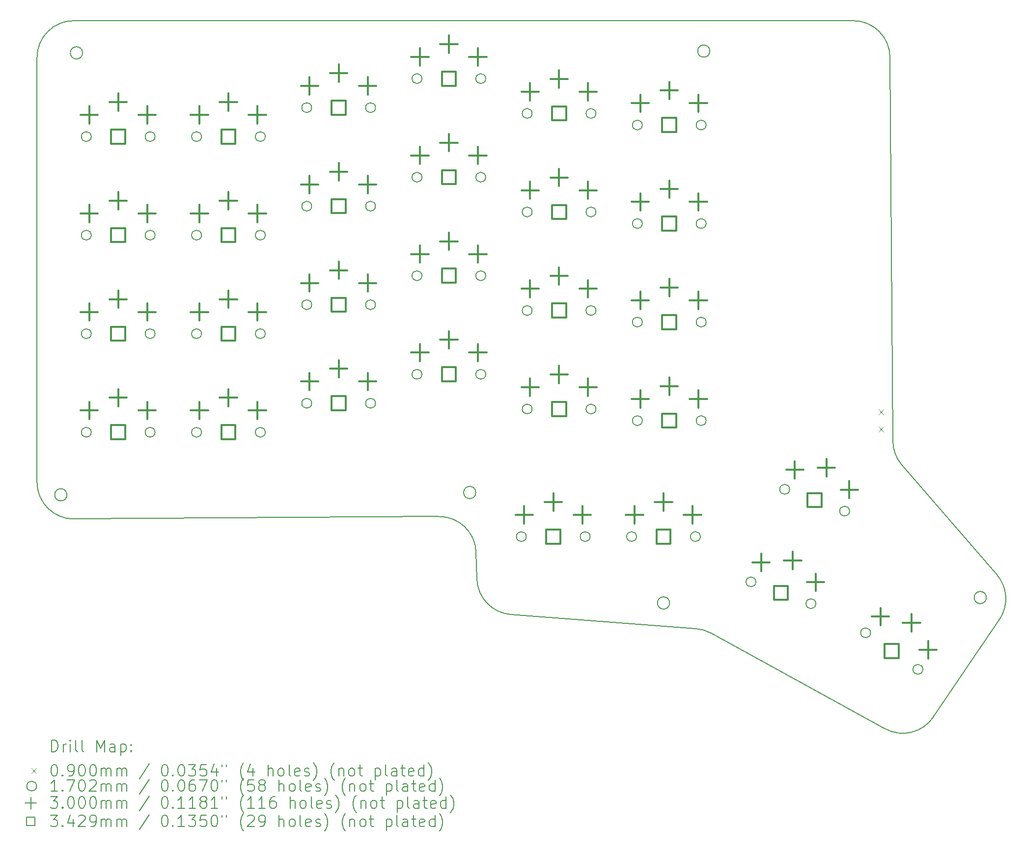
<source format=gbr>
%TF.GenerationSoftware,KiCad,Pcbnew,(6.0.9-0)*%
%TF.CreationDate,2023-01-27T10:49:09-06:00*%
%TF.ProjectId,boardv3,626f6172-6476-4332-9e6b-696361645f70,v1.0.0*%
%TF.SameCoordinates,Original*%
%TF.FileFunction,Drillmap*%
%TF.FilePolarity,Positive*%
%FSLAX45Y45*%
G04 Gerber Fmt 4.5, Leading zero omitted, Abs format (unit mm)*
G04 Created by KiCad (PCBNEW (6.0.9-0)) date 2023-01-27 10:49:09*
%MOMM*%
%LPD*%
G01*
G04 APERTURE LIST*
%ADD10C,0.150000*%
%ADD11C,0.200000*%
%ADD12C,0.090000*%
%ADD13C,0.170180*%
%ADD14C,0.300000*%
%ADD15C,0.342900*%
G04 APERTURE END LIST*
D10*
X10227121Y4859671D02*
G75*
G03*
X10227121Y4859671I-105000J0D01*
G01*
X6193121Y-2755329D02*
G75*
G03*
X6193121Y-2755329I-105000J0D01*
G01*
X5557991Y-3169436D02*
X-732674Y-3211096D01*
X6210844Y-4245181D02*
G75*
G03*
X6796850Y-4859077I634706J19231D01*
G01*
X-856879Y-2794829D02*
G75*
G03*
X-856879Y-2794829I-105000J0D01*
G01*
X-736879Y5384671D02*
G75*
G03*
X-1371879Y4749671I0J-635000D01*
G01*
X-736879Y5384671D02*
X12697861Y5384671D01*
X10248380Y-5181402D02*
G75*
G03*
X9991310Y-5104805I-305770J-556528D01*
G01*
X13537156Y-2278796D02*
X15175019Y-4172564D01*
X13332843Y4754429D02*
X13382464Y-1868165D01*
X-1371879Y-2576110D02*
G75*
G03*
X-732674Y-3211096I635000J0D01*
G01*
X15220697Y-4943737D02*
X14080595Y-6629184D01*
X15220696Y-4943736D02*
G75*
G03*
X15175019Y-4172564I-525966J355786D01*
G01*
X14994094Y-4566779D02*
G75*
G03*
X14994094Y-4566779I-105000J0D01*
G01*
X6196905Y-3785188D02*
G75*
G03*
X5557991Y-3169436I-634709J-19234D01*
G01*
X13248856Y-6829932D02*
X10248380Y-5181402D01*
X6210844Y-4245181D02*
X6196905Y-3785188D01*
X9534121Y-4660329D02*
G75*
G03*
X9534121Y-4660329I-105000J0D01*
G01*
X13382464Y-1868165D02*
G75*
G03*
X13537156Y-2278796I634976J4755D01*
G01*
X13332843Y4754429D02*
G75*
G03*
X12697861Y5384671I-634983J-4759D01*
G01*
X-586879Y4829671D02*
G75*
G03*
X-586879Y4829671I-105000J0D01*
G01*
X9991310Y-5104805D02*
X6796850Y-4859077D01*
X-1371879Y-2576110D02*
X-1371879Y4749671D01*
X13248857Y-6829929D02*
G75*
G03*
X14080595Y-6629184I305773J556529D01*
G01*
D11*
D12*
X13133120Y-1320330D02*
X13223120Y-1410330D01*
X13223120Y-1320330D02*
X13133120Y-1410330D01*
X13133120Y-1320330D02*
X13223120Y-1410330D01*
X13223120Y-1320330D02*
X13133120Y-1410330D01*
X13133120Y-1620330D02*
X13223120Y-1710330D01*
X13223120Y-1620330D02*
X13133120Y-1710330D01*
X13133120Y-1620330D02*
X13223120Y-1710330D01*
X13223120Y-1620330D02*
X13133120Y-1710330D01*
D13*
X-436790Y3384670D02*
G75*
G03*
X-436790Y3384670I-85090J0D01*
G01*
X-436790Y1684670D02*
G75*
G03*
X-436790Y1684670I-85090J0D01*
G01*
X-436790Y-15330D02*
G75*
G03*
X-436790Y-15330I-85090J0D01*
G01*
X-436790Y-1715330D02*
G75*
G03*
X-436790Y-1715330I-85090J0D01*
G01*
X663210Y3384670D02*
G75*
G03*
X663210Y3384670I-85090J0D01*
G01*
X663210Y1684670D02*
G75*
G03*
X663210Y1684670I-85090J0D01*
G01*
X663210Y-15330D02*
G75*
G03*
X663210Y-15330I-85090J0D01*
G01*
X663210Y-1715330D02*
G75*
G03*
X663210Y-1715330I-85090J0D01*
G01*
X1463210Y3384670D02*
G75*
G03*
X1463210Y3384670I-85090J0D01*
G01*
X1463210Y1684670D02*
G75*
G03*
X1463210Y1684670I-85090J0D01*
G01*
X1463210Y-15330D02*
G75*
G03*
X1463210Y-15330I-85090J0D01*
G01*
X1463210Y-1715330D02*
G75*
G03*
X1463210Y-1715330I-85090J0D01*
G01*
X2563210Y3384670D02*
G75*
G03*
X2563210Y3384670I-85090J0D01*
G01*
X2563210Y1684670D02*
G75*
G03*
X2563210Y1684670I-85090J0D01*
G01*
X2563210Y-15330D02*
G75*
G03*
X2563210Y-15330I-85090J0D01*
G01*
X2563210Y-1715330D02*
G75*
G03*
X2563210Y-1715330I-85090J0D01*
G01*
X3363210Y3884670D02*
G75*
G03*
X3363210Y3884670I-85090J0D01*
G01*
X3363210Y2184670D02*
G75*
G03*
X3363210Y2184670I-85090J0D01*
G01*
X3363210Y484670D02*
G75*
G03*
X3363210Y484670I-85090J0D01*
G01*
X3363210Y-1215330D02*
G75*
G03*
X3363210Y-1215330I-85090J0D01*
G01*
X4463210Y3884670D02*
G75*
G03*
X4463210Y3884670I-85090J0D01*
G01*
X4463210Y2184670D02*
G75*
G03*
X4463210Y2184670I-85090J0D01*
G01*
X4463210Y484670D02*
G75*
G03*
X4463210Y484670I-85090J0D01*
G01*
X4463210Y-1215330D02*
G75*
G03*
X4463210Y-1215330I-85090J0D01*
G01*
X5263210Y4384670D02*
G75*
G03*
X5263210Y4384670I-85090J0D01*
G01*
X5263210Y2684670D02*
G75*
G03*
X5263210Y2684670I-85090J0D01*
G01*
X5263210Y984670D02*
G75*
G03*
X5263210Y984670I-85090J0D01*
G01*
X5263210Y-715330D02*
G75*
G03*
X5263210Y-715330I-85090J0D01*
G01*
X6363210Y4384670D02*
G75*
G03*
X6363210Y4384670I-85090J0D01*
G01*
X6363210Y2684670D02*
G75*
G03*
X6363210Y2684670I-85090J0D01*
G01*
X6363210Y984670D02*
G75*
G03*
X6363210Y984670I-85090J0D01*
G01*
X6363210Y-715330D02*
G75*
G03*
X6363210Y-715330I-85090J0D01*
G01*
X7063210Y-3515330D02*
G75*
G03*
X7063210Y-3515330I-85090J0D01*
G01*
X7163210Y3784670D02*
G75*
G03*
X7163210Y3784670I-85090J0D01*
G01*
X7163210Y2084670D02*
G75*
G03*
X7163210Y2084670I-85090J0D01*
G01*
X7163210Y384670D02*
G75*
G03*
X7163210Y384670I-85090J0D01*
G01*
X7163210Y-1315330D02*
G75*
G03*
X7163210Y-1315330I-85090J0D01*
G01*
X8163210Y-3515330D02*
G75*
G03*
X8163210Y-3515330I-85090J0D01*
G01*
X8263210Y3784670D02*
G75*
G03*
X8263210Y3784670I-85090J0D01*
G01*
X8263210Y2084670D02*
G75*
G03*
X8263210Y2084670I-85090J0D01*
G01*
X8263210Y384670D02*
G75*
G03*
X8263210Y384670I-85090J0D01*
G01*
X8263210Y-1315330D02*
G75*
G03*
X8263210Y-1315330I-85090J0D01*
G01*
X8963210Y-3515330D02*
G75*
G03*
X8963210Y-3515330I-85090J0D01*
G01*
X9063210Y3584670D02*
G75*
G03*
X9063210Y3584670I-85090J0D01*
G01*
X9063210Y1884670D02*
G75*
G03*
X9063210Y1884670I-85090J0D01*
G01*
X9063210Y184670D02*
G75*
G03*
X9063210Y184670I-85090J0D01*
G01*
X9063210Y-1515330D02*
G75*
G03*
X9063210Y-1515330I-85090J0D01*
G01*
X10063210Y-3515330D02*
G75*
G03*
X10063210Y-3515330I-85090J0D01*
G01*
X10163210Y3584670D02*
G75*
G03*
X10163210Y3584670I-85090J0D01*
G01*
X10163210Y1884670D02*
G75*
G03*
X10163210Y1884670I-85090J0D01*
G01*
X10163210Y184670D02*
G75*
G03*
X10163210Y184670I-85090J0D01*
G01*
X10163210Y-1515330D02*
G75*
G03*
X10163210Y-1515330I-85090J0D01*
G01*
X11020919Y-4296939D02*
G75*
G03*
X11020919Y-4296939I-85090J0D01*
G01*
X11602359Y-2699459D02*
G75*
G03*
X11602359Y-2699459I-85090J0D01*
G01*
X12054581Y-4673161D02*
G75*
G03*
X12054581Y-4673161I-85090J0D01*
G01*
X12636021Y-3075681D02*
G75*
G03*
X12636021Y-3075681I-85090J0D01*
G01*
X12997786Y-5175193D02*
G75*
G03*
X12997786Y-5175193I-85090J0D01*
G01*
X13898854Y-5806127D02*
G75*
G03*
X13898854Y-5806127I-85090J0D01*
G01*
D14*
X-471880Y3909670D02*
X-471880Y3609670D01*
X-621880Y3759670D02*
X-321880Y3759670D01*
X-471880Y2209670D02*
X-471880Y1909670D01*
X-621880Y2059670D02*
X-321880Y2059670D01*
X-471880Y509670D02*
X-471880Y209670D01*
X-621880Y359670D02*
X-321880Y359670D01*
X-471880Y-1190330D02*
X-471880Y-1490330D01*
X-621880Y-1340330D02*
X-321880Y-1340330D01*
X28120Y4129670D02*
X28120Y3829670D01*
X-121880Y3979670D02*
X178120Y3979670D01*
X28120Y4129670D02*
X28120Y3829670D01*
X-121880Y3979670D02*
X178120Y3979670D01*
X28120Y2429670D02*
X28120Y2129670D01*
X-121880Y2279670D02*
X178120Y2279670D01*
X28120Y2429670D02*
X28120Y2129670D01*
X-121880Y2279670D02*
X178120Y2279670D01*
X28120Y729670D02*
X28120Y429670D01*
X-121880Y579670D02*
X178120Y579670D01*
X28120Y729670D02*
X28120Y429670D01*
X-121880Y579670D02*
X178120Y579670D01*
X28120Y-970330D02*
X28120Y-1270330D01*
X-121880Y-1120330D02*
X178120Y-1120330D01*
X28120Y-970330D02*
X28120Y-1270330D01*
X-121880Y-1120330D02*
X178120Y-1120330D01*
X528120Y3909670D02*
X528120Y3609670D01*
X378120Y3759670D02*
X678120Y3759670D01*
X528120Y2209670D02*
X528120Y1909670D01*
X378120Y2059670D02*
X678120Y2059670D01*
X528120Y509670D02*
X528120Y209670D01*
X378120Y359670D02*
X678120Y359670D01*
X528120Y-1190330D02*
X528120Y-1490330D01*
X378120Y-1340330D02*
X678120Y-1340330D01*
X1428120Y3909670D02*
X1428120Y3609670D01*
X1278120Y3759670D02*
X1578120Y3759670D01*
X1428120Y2209670D02*
X1428120Y1909670D01*
X1278120Y2059670D02*
X1578120Y2059670D01*
X1428120Y509670D02*
X1428120Y209670D01*
X1278120Y359670D02*
X1578120Y359670D01*
X1428120Y-1190330D02*
X1428120Y-1490330D01*
X1278120Y-1340330D02*
X1578120Y-1340330D01*
X1928120Y4129670D02*
X1928120Y3829670D01*
X1778120Y3979670D02*
X2078120Y3979670D01*
X1928120Y4129670D02*
X1928120Y3829670D01*
X1778120Y3979670D02*
X2078120Y3979670D01*
X1928120Y2429670D02*
X1928120Y2129670D01*
X1778120Y2279670D02*
X2078120Y2279670D01*
X1928120Y2429670D02*
X1928120Y2129670D01*
X1778120Y2279670D02*
X2078120Y2279670D01*
X1928120Y729670D02*
X1928120Y429670D01*
X1778120Y579670D02*
X2078120Y579670D01*
X1928120Y729670D02*
X1928120Y429670D01*
X1778120Y579670D02*
X2078120Y579670D01*
X1928120Y-970330D02*
X1928120Y-1270330D01*
X1778120Y-1120330D02*
X2078120Y-1120330D01*
X1928120Y-970330D02*
X1928120Y-1270330D01*
X1778120Y-1120330D02*
X2078120Y-1120330D01*
X2428120Y3909670D02*
X2428120Y3609670D01*
X2278120Y3759670D02*
X2578120Y3759670D01*
X2428120Y2209670D02*
X2428120Y1909670D01*
X2278120Y2059670D02*
X2578120Y2059670D01*
X2428120Y509670D02*
X2428120Y209670D01*
X2278120Y359670D02*
X2578120Y359670D01*
X2428120Y-1190330D02*
X2428120Y-1490330D01*
X2278120Y-1340330D02*
X2578120Y-1340330D01*
X3328120Y4409670D02*
X3328120Y4109670D01*
X3178120Y4259670D02*
X3478120Y4259670D01*
X3328120Y2709670D02*
X3328120Y2409670D01*
X3178120Y2559670D02*
X3478120Y2559670D01*
X3328120Y1009670D02*
X3328120Y709670D01*
X3178120Y859670D02*
X3478120Y859670D01*
X3328120Y-690330D02*
X3328120Y-990330D01*
X3178120Y-840330D02*
X3478120Y-840330D01*
X3828120Y4629670D02*
X3828120Y4329670D01*
X3678120Y4479670D02*
X3978120Y4479670D01*
X3828120Y4629670D02*
X3828120Y4329670D01*
X3678120Y4479670D02*
X3978120Y4479670D01*
X3828120Y2929670D02*
X3828120Y2629670D01*
X3678120Y2779670D02*
X3978120Y2779670D01*
X3828120Y2929670D02*
X3828120Y2629670D01*
X3678120Y2779670D02*
X3978120Y2779670D01*
X3828120Y1229670D02*
X3828120Y929670D01*
X3678120Y1079670D02*
X3978120Y1079670D01*
X3828120Y1229670D02*
X3828120Y929670D01*
X3678120Y1079670D02*
X3978120Y1079670D01*
X3828120Y-470330D02*
X3828120Y-770330D01*
X3678120Y-620330D02*
X3978120Y-620330D01*
X3828120Y-470330D02*
X3828120Y-770330D01*
X3678120Y-620330D02*
X3978120Y-620330D01*
X4328120Y4409670D02*
X4328120Y4109670D01*
X4178120Y4259670D02*
X4478120Y4259670D01*
X4328120Y2709670D02*
X4328120Y2409670D01*
X4178120Y2559670D02*
X4478120Y2559670D01*
X4328120Y1009670D02*
X4328120Y709670D01*
X4178120Y859670D02*
X4478120Y859670D01*
X4328120Y-690330D02*
X4328120Y-990330D01*
X4178120Y-840330D02*
X4478120Y-840330D01*
X5228120Y4909670D02*
X5228120Y4609670D01*
X5078120Y4759670D02*
X5378120Y4759670D01*
X5228120Y3209670D02*
X5228120Y2909670D01*
X5078120Y3059670D02*
X5378120Y3059670D01*
X5228120Y1509670D02*
X5228120Y1209670D01*
X5078120Y1359670D02*
X5378120Y1359670D01*
X5228120Y-190330D02*
X5228120Y-490330D01*
X5078120Y-340330D02*
X5378120Y-340330D01*
X5728120Y5129670D02*
X5728120Y4829670D01*
X5578120Y4979670D02*
X5878120Y4979670D01*
X5728120Y5129670D02*
X5728120Y4829670D01*
X5578120Y4979670D02*
X5878120Y4979670D01*
X5728120Y3429670D02*
X5728120Y3129670D01*
X5578120Y3279670D02*
X5878120Y3279670D01*
X5728120Y3429670D02*
X5728120Y3129670D01*
X5578120Y3279670D02*
X5878120Y3279670D01*
X5728120Y1729670D02*
X5728120Y1429670D01*
X5578120Y1579670D02*
X5878120Y1579670D01*
X5728120Y1729670D02*
X5728120Y1429670D01*
X5578120Y1579670D02*
X5878120Y1579670D01*
X5728120Y29670D02*
X5728120Y-270330D01*
X5578120Y-120330D02*
X5878120Y-120330D01*
X5728120Y29670D02*
X5728120Y-270330D01*
X5578120Y-120330D02*
X5878120Y-120330D01*
X6228120Y4909670D02*
X6228120Y4609670D01*
X6078120Y4759670D02*
X6378120Y4759670D01*
X6228120Y3209670D02*
X6228120Y2909670D01*
X6078120Y3059670D02*
X6378120Y3059670D01*
X6228120Y1509670D02*
X6228120Y1209670D01*
X6078120Y1359670D02*
X6378120Y1359670D01*
X6228120Y-190330D02*
X6228120Y-490330D01*
X6078120Y-340330D02*
X6378120Y-340330D01*
X7028120Y-2990330D02*
X7028120Y-3290330D01*
X6878120Y-3140330D02*
X7178120Y-3140330D01*
X7128120Y4309670D02*
X7128120Y4009670D01*
X6978120Y4159670D02*
X7278120Y4159670D01*
X7128120Y2609670D02*
X7128120Y2309670D01*
X6978120Y2459670D02*
X7278120Y2459670D01*
X7128120Y909670D02*
X7128120Y609670D01*
X6978120Y759670D02*
X7278120Y759670D01*
X7128120Y-790330D02*
X7128120Y-1090330D01*
X6978120Y-940330D02*
X7278120Y-940330D01*
X7528120Y-2770330D02*
X7528120Y-3070330D01*
X7378120Y-2920330D02*
X7678120Y-2920330D01*
X7528120Y-2770330D02*
X7528120Y-3070330D01*
X7378120Y-2920330D02*
X7678120Y-2920330D01*
X7628120Y4529670D02*
X7628120Y4229670D01*
X7478120Y4379670D02*
X7778120Y4379670D01*
X7628120Y4529670D02*
X7628120Y4229670D01*
X7478120Y4379670D02*
X7778120Y4379670D01*
X7628120Y2829670D02*
X7628120Y2529670D01*
X7478120Y2679670D02*
X7778120Y2679670D01*
X7628120Y2829670D02*
X7628120Y2529670D01*
X7478120Y2679670D02*
X7778120Y2679670D01*
X7628120Y1129670D02*
X7628120Y829670D01*
X7478120Y979670D02*
X7778120Y979670D01*
X7628120Y1129670D02*
X7628120Y829670D01*
X7478120Y979670D02*
X7778120Y979670D01*
X7628120Y-570330D02*
X7628120Y-870330D01*
X7478120Y-720330D02*
X7778120Y-720330D01*
X7628120Y-570330D02*
X7628120Y-870330D01*
X7478120Y-720330D02*
X7778120Y-720330D01*
X8028120Y-2990330D02*
X8028120Y-3290330D01*
X7878120Y-3140330D02*
X8178120Y-3140330D01*
X8128120Y4309670D02*
X8128120Y4009670D01*
X7978120Y4159670D02*
X8278120Y4159670D01*
X8128120Y2609670D02*
X8128120Y2309670D01*
X7978120Y2459670D02*
X8278120Y2459670D01*
X8128120Y909670D02*
X8128120Y609670D01*
X7978120Y759670D02*
X8278120Y759670D01*
X8128120Y-790330D02*
X8128120Y-1090330D01*
X7978120Y-940330D02*
X8278120Y-940330D01*
X8928120Y-2990330D02*
X8928120Y-3290330D01*
X8778120Y-3140330D02*
X9078120Y-3140330D01*
X9028120Y4109670D02*
X9028120Y3809670D01*
X8878120Y3959670D02*
X9178120Y3959670D01*
X9028120Y2409670D02*
X9028120Y2109670D01*
X8878120Y2259670D02*
X9178120Y2259670D01*
X9028120Y709670D02*
X9028120Y409670D01*
X8878120Y559670D02*
X9178120Y559670D01*
X9028120Y-990330D02*
X9028120Y-1290330D01*
X8878120Y-1140330D02*
X9178120Y-1140330D01*
X9428120Y-2770330D02*
X9428120Y-3070330D01*
X9278120Y-2920330D02*
X9578120Y-2920330D01*
X9428120Y-2770330D02*
X9428120Y-3070330D01*
X9278120Y-2920330D02*
X9578120Y-2920330D01*
X9528120Y4329670D02*
X9528120Y4029670D01*
X9378120Y4179670D02*
X9678120Y4179670D01*
X9528120Y4329670D02*
X9528120Y4029670D01*
X9378120Y4179670D02*
X9678120Y4179670D01*
X9528120Y2629670D02*
X9528120Y2329670D01*
X9378120Y2479670D02*
X9678120Y2479670D01*
X9528120Y2629670D02*
X9528120Y2329670D01*
X9378120Y2479670D02*
X9678120Y2479670D01*
X9528120Y929670D02*
X9528120Y629670D01*
X9378120Y779670D02*
X9678120Y779670D01*
X9528120Y929670D02*
X9528120Y629670D01*
X9378120Y779670D02*
X9678120Y779670D01*
X9528120Y-770330D02*
X9528120Y-1070330D01*
X9378120Y-920330D02*
X9678120Y-920330D01*
X9528120Y-770330D02*
X9528120Y-1070330D01*
X9378120Y-920330D02*
X9678120Y-920330D01*
X9928120Y-2990330D02*
X9928120Y-3290330D01*
X9778120Y-3140330D02*
X10078120Y-3140330D01*
X10028120Y4109670D02*
X10028120Y3809670D01*
X9878120Y3959670D02*
X10178120Y3959670D01*
X10028120Y2409670D02*
X10028120Y2109670D01*
X9878120Y2259670D02*
X10178120Y2259670D01*
X10028120Y709670D02*
X10028120Y409670D01*
X9878120Y559670D02*
X10178120Y559670D01*
X10028120Y-990330D02*
X10028120Y-1290330D01*
X9878120Y-1140330D02*
X10178120Y-1140330D01*
X11111071Y-3811655D02*
X11111071Y-4111655D01*
X10961071Y-3961655D02*
X11261071Y-3961655D01*
X11656162Y-3775933D02*
X11656162Y-4075933D01*
X11506162Y-3925933D02*
X11806162Y-3925933D01*
X11656162Y-3775933D02*
X11656162Y-4075933D01*
X11506162Y-3925933D02*
X11806162Y-3925933D01*
X11692511Y-2214175D02*
X11692511Y-2514175D01*
X11542511Y-2364175D02*
X11842511Y-2364175D01*
X12050764Y-4153675D02*
X12050764Y-4453675D01*
X11900764Y-4303675D02*
X12200764Y-4303675D01*
X12237602Y-2178453D02*
X12237602Y-2478453D01*
X12087602Y-2328453D02*
X12387602Y-2328453D01*
X12237602Y-2178453D02*
X12237602Y-2478453D01*
X12087602Y-2328453D02*
X12387602Y-2328453D01*
X12632204Y-2556195D02*
X12632204Y-2856195D01*
X12482204Y-2706195D02*
X12782204Y-2706195D01*
X13168745Y-4746690D02*
X13168745Y-5046690D01*
X13018745Y-4896690D02*
X13318745Y-4896690D01*
X13704508Y-4853265D02*
X13704508Y-5153265D01*
X13554508Y-5003265D02*
X13854508Y-5003265D01*
X13704508Y-4853265D02*
X13704508Y-5153265D01*
X13554508Y-5003265D02*
X13854508Y-5003265D01*
X13987897Y-5320266D02*
X13987897Y-5620266D01*
X13837897Y-5470266D02*
X14137897Y-5470266D01*
D15*
X149355Y3263435D02*
X149355Y3505905D01*
X-93115Y3505905D01*
X-93115Y3263435D01*
X149355Y3263435D01*
X149355Y1563435D02*
X149355Y1805905D01*
X-93115Y1805905D01*
X-93115Y1563435D01*
X149355Y1563435D01*
X149355Y-136565D02*
X149355Y105905D01*
X-93115Y105905D01*
X-93115Y-136565D01*
X149355Y-136565D01*
X149355Y-1836565D02*
X149355Y-1594095D01*
X-93115Y-1594095D01*
X-93115Y-1836565D01*
X149355Y-1836565D01*
X2049355Y3263435D02*
X2049355Y3505905D01*
X1806885Y3505905D01*
X1806885Y3263435D01*
X2049355Y3263435D01*
X2049355Y1563435D02*
X2049355Y1805905D01*
X1806885Y1805905D01*
X1806885Y1563435D01*
X2049355Y1563435D01*
X2049355Y-136565D02*
X2049355Y105905D01*
X1806885Y105905D01*
X1806885Y-136565D01*
X2049355Y-136565D01*
X2049355Y-1836565D02*
X2049355Y-1594095D01*
X1806885Y-1594095D01*
X1806885Y-1836565D01*
X2049355Y-1836565D01*
X3949355Y3763435D02*
X3949355Y4005905D01*
X3706885Y4005905D01*
X3706885Y3763435D01*
X3949355Y3763435D01*
X3949355Y2063435D02*
X3949355Y2305905D01*
X3706885Y2305905D01*
X3706885Y2063435D01*
X3949355Y2063435D01*
X3949355Y363435D02*
X3949355Y605905D01*
X3706885Y605905D01*
X3706885Y363435D01*
X3949355Y363435D01*
X3949355Y-1336565D02*
X3949355Y-1094095D01*
X3706885Y-1094095D01*
X3706885Y-1336565D01*
X3949355Y-1336565D01*
X5849355Y4263435D02*
X5849355Y4505905D01*
X5606885Y4505905D01*
X5606885Y4263435D01*
X5849355Y4263435D01*
X5849355Y2563435D02*
X5849355Y2805905D01*
X5606885Y2805905D01*
X5606885Y2563435D01*
X5849355Y2563435D01*
X5849355Y863435D02*
X5849355Y1105905D01*
X5606885Y1105905D01*
X5606885Y863435D01*
X5849355Y863435D01*
X5849355Y-836565D02*
X5849355Y-594095D01*
X5606885Y-594095D01*
X5606885Y-836565D01*
X5849355Y-836565D01*
X7649355Y-3636565D02*
X7649355Y-3394095D01*
X7406885Y-3394095D01*
X7406885Y-3636565D01*
X7649355Y-3636565D01*
X7749355Y3663435D02*
X7749355Y3905905D01*
X7506885Y3905905D01*
X7506885Y3663435D01*
X7749355Y3663435D01*
X7749355Y1963435D02*
X7749355Y2205905D01*
X7506885Y2205905D01*
X7506885Y1963435D01*
X7749355Y1963435D01*
X7749355Y263435D02*
X7749355Y505905D01*
X7506885Y505905D01*
X7506885Y263435D01*
X7749355Y263435D01*
X7749355Y-1436565D02*
X7749355Y-1194095D01*
X7506885Y-1194095D01*
X7506885Y-1436565D01*
X7749355Y-1436565D01*
X9549355Y-3636565D02*
X9549355Y-3394095D01*
X9306885Y-3394095D01*
X9306885Y-3636565D01*
X9549355Y-3636565D01*
X9649355Y3463435D02*
X9649355Y3705905D01*
X9406885Y3705905D01*
X9406885Y3463435D01*
X9649355Y3463435D01*
X9649355Y1763435D02*
X9649355Y2005905D01*
X9406885Y2005905D01*
X9406885Y1763435D01*
X9649355Y1763435D01*
X9649355Y63435D02*
X9649355Y305905D01*
X9406885Y305905D01*
X9406885Y63435D01*
X9649355Y63435D01*
X9649355Y-1636565D02*
X9649355Y-1394095D01*
X9406885Y-1394095D01*
X9406885Y-1636565D01*
X9649355Y-1636565D01*
X11573895Y-4606285D02*
X11573895Y-4363815D01*
X11331425Y-4363815D01*
X11331425Y-4606285D01*
X11573895Y-4606285D01*
X12155335Y-3008805D02*
X12155335Y-2766335D01*
X11912865Y-2766335D01*
X11912865Y-3008805D01*
X12155335Y-3008805D01*
X13484465Y-5611895D02*
X13484465Y-5369425D01*
X13241995Y-5369425D01*
X13241995Y-5611895D01*
X13484465Y-5611895D01*
D11*
X-1121760Y-7226374D02*
X-1121760Y-7026374D01*
X-1074141Y-7026374D01*
X-1045569Y-7035898D01*
X-1026522Y-7054945D01*
X-1016998Y-7073993D01*
X-1007474Y-7112088D01*
X-1007474Y-7140659D01*
X-1016998Y-7178755D01*
X-1026522Y-7197802D01*
X-1045569Y-7216850D01*
X-1074141Y-7226374D01*
X-1121760Y-7226374D01*
X-921760Y-7226374D02*
X-921760Y-7093040D01*
X-921760Y-7131136D02*
X-912236Y-7112088D01*
X-902712Y-7102564D01*
X-883665Y-7093040D01*
X-864617Y-7093040D01*
X-797950Y-7226374D02*
X-797950Y-7093040D01*
X-797950Y-7026374D02*
X-807474Y-7035898D01*
X-797950Y-7045421D01*
X-788427Y-7035898D01*
X-797950Y-7026374D01*
X-797950Y-7045421D01*
X-674141Y-7226374D02*
X-693189Y-7216850D01*
X-702712Y-7197802D01*
X-702712Y-7026374D01*
X-569379Y-7226374D02*
X-588427Y-7216850D01*
X-597950Y-7197802D01*
X-597950Y-7026374D01*
X-340808Y-7226374D02*
X-340808Y-7026374D01*
X-274141Y-7169231D01*
X-207474Y-7026374D01*
X-207474Y-7226374D01*
X-26522Y-7226374D02*
X-26522Y-7121612D01*
X-36046Y-7102564D01*
X-55093Y-7093040D01*
X-93188Y-7093040D01*
X-112236Y-7102564D01*
X-26522Y-7216850D02*
X-45569Y-7226374D01*
X-93188Y-7226374D01*
X-112236Y-7216850D01*
X-121760Y-7197802D01*
X-121760Y-7178755D01*
X-112236Y-7159707D01*
X-93188Y-7150183D01*
X-45569Y-7150183D01*
X-26522Y-7140659D01*
X68716Y-7093040D02*
X68716Y-7293040D01*
X68716Y-7102564D02*
X87764Y-7093040D01*
X125859Y-7093040D01*
X144907Y-7102564D01*
X154431Y-7112088D01*
X163954Y-7131136D01*
X163954Y-7188278D01*
X154431Y-7207326D01*
X144907Y-7216850D01*
X125859Y-7226374D01*
X87764Y-7226374D01*
X68716Y-7216850D01*
X249669Y-7207326D02*
X259192Y-7216850D01*
X249669Y-7226374D01*
X240145Y-7216850D01*
X249669Y-7207326D01*
X249669Y-7226374D01*
X249669Y-7102564D02*
X259192Y-7112088D01*
X249669Y-7121612D01*
X240145Y-7112088D01*
X249669Y-7102564D01*
X249669Y-7121612D01*
D12*
X-1469379Y-7510898D02*
X-1379379Y-7600898D01*
X-1379379Y-7510898D02*
X-1469379Y-7600898D01*
D11*
X-1083665Y-7446374D02*
X-1064617Y-7446374D01*
X-1045569Y-7455898D01*
X-1036046Y-7465421D01*
X-1026522Y-7484469D01*
X-1016998Y-7522564D01*
X-1016998Y-7570183D01*
X-1026522Y-7608278D01*
X-1036046Y-7627326D01*
X-1045569Y-7636850D01*
X-1064617Y-7646374D01*
X-1083665Y-7646374D01*
X-1102712Y-7636850D01*
X-1112236Y-7627326D01*
X-1121760Y-7608278D01*
X-1131284Y-7570183D01*
X-1131284Y-7522564D01*
X-1121760Y-7484469D01*
X-1112236Y-7465421D01*
X-1102712Y-7455898D01*
X-1083665Y-7446374D01*
X-931284Y-7627326D02*
X-921760Y-7636850D01*
X-931284Y-7646374D01*
X-940807Y-7636850D01*
X-931284Y-7627326D01*
X-931284Y-7646374D01*
X-826522Y-7646374D02*
X-788427Y-7646374D01*
X-769379Y-7636850D01*
X-759855Y-7627326D01*
X-740807Y-7598755D01*
X-731284Y-7560659D01*
X-731284Y-7484469D01*
X-740807Y-7465421D01*
X-750331Y-7455898D01*
X-769379Y-7446374D01*
X-807474Y-7446374D01*
X-826522Y-7455898D01*
X-836046Y-7465421D01*
X-845569Y-7484469D01*
X-845569Y-7532088D01*
X-836046Y-7551136D01*
X-826522Y-7560659D01*
X-807474Y-7570183D01*
X-769379Y-7570183D01*
X-750331Y-7560659D01*
X-740807Y-7551136D01*
X-731284Y-7532088D01*
X-607474Y-7446374D02*
X-588427Y-7446374D01*
X-569379Y-7455898D01*
X-559855Y-7465421D01*
X-550331Y-7484469D01*
X-540808Y-7522564D01*
X-540808Y-7570183D01*
X-550331Y-7608278D01*
X-559855Y-7627326D01*
X-569379Y-7636850D01*
X-588427Y-7646374D01*
X-607474Y-7646374D01*
X-626522Y-7636850D01*
X-636046Y-7627326D01*
X-645569Y-7608278D01*
X-655093Y-7570183D01*
X-655093Y-7522564D01*
X-645569Y-7484469D01*
X-636046Y-7465421D01*
X-626522Y-7455898D01*
X-607474Y-7446374D01*
X-416998Y-7446374D02*
X-397950Y-7446374D01*
X-378903Y-7455898D01*
X-369379Y-7465421D01*
X-359855Y-7484469D01*
X-350331Y-7522564D01*
X-350331Y-7570183D01*
X-359855Y-7608278D01*
X-369379Y-7627326D01*
X-378903Y-7636850D01*
X-397950Y-7646374D01*
X-416998Y-7646374D01*
X-436046Y-7636850D01*
X-445569Y-7627326D01*
X-455093Y-7608278D01*
X-464617Y-7570183D01*
X-464617Y-7522564D01*
X-455093Y-7484469D01*
X-445569Y-7465421D01*
X-436046Y-7455898D01*
X-416998Y-7446374D01*
X-264617Y-7646374D02*
X-264617Y-7513040D01*
X-264617Y-7532088D02*
X-255093Y-7522564D01*
X-236046Y-7513040D01*
X-207474Y-7513040D01*
X-188427Y-7522564D01*
X-178903Y-7541612D01*
X-178903Y-7646374D01*
X-178903Y-7541612D02*
X-169379Y-7522564D01*
X-150331Y-7513040D01*
X-121760Y-7513040D01*
X-102712Y-7522564D01*
X-93188Y-7541612D01*
X-93188Y-7646374D01*
X2050Y-7646374D02*
X2050Y-7513040D01*
X2050Y-7532088D02*
X11573Y-7522564D01*
X30621Y-7513040D01*
X59192Y-7513040D01*
X78240Y-7522564D01*
X87764Y-7541612D01*
X87764Y-7646374D01*
X87764Y-7541612D02*
X97288Y-7522564D01*
X116335Y-7513040D01*
X144907Y-7513040D01*
X163954Y-7522564D01*
X173478Y-7541612D01*
X173478Y-7646374D01*
X563954Y-7436850D02*
X392526Y-7693993D01*
X821097Y-7446374D02*
X840145Y-7446374D01*
X859192Y-7455898D01*
X868716Y-7465421D01*
X878240Y-7484469D01*
X887764Y-7522564D01*
X887764Y-7570183D01*
X878240Y-7608278D01*
X868716Y-7627326D01*
X859192Y-7636850D01*
X840145Y-7646374D01*
X821097Y-7646374D01*
X802049Y-7636850D01*
X792526Y-7627326D01*
X783002Y-7608278D01*
X773478Y-7570183D01*
X773478Y-7522564D01*
X783002Y-7484469D01*
X792526Y-7465421D01*
X802049Y-7455898D01*
X821097Y-7446374D01*
X973478Y-7627326D02*
X983002Y-7636850D01*
X973478Y-7646374D01*
X963954Y-7636850D01*
X973478Y-7627326D01*
X973478Y-7646374D01*
X1106811Y-7446374D02*
X1125859Y-7446374D01*
X1144907Y-7455898D01*
X1154431Y-7465421D01*
X1163954Y-7484469D01*
X1173478Y-7522564D01*
X1173478Y-7570183D01*
X1163954Y-7608278D01*
X1154431Y-7627326D01*
X1144907Y-7636850D01*
X1125859Y-7646374D01*
X1106811Y-7646374D01*
X1087764Y-7636850D01*
X1078240Y-7627326D01*
X1068716Y-7608278D01*
X1059192Y-7570183D01*
X1059192Y-7522564D01*
X1068716Y-7484469D01*
X1078240Y-7465421D01*
X1087764Y-7455898D01*
X1106811Y-7446374D01*
X1240145Y-7446374D02*
X1363954Y-7446374D01*
X1297288Y-7522564D01*
X1325859Y-7522564D01*
X1344907Y-7532088D01*
X1354431Y-7541612D01*
X1363954Y-7560659D01*
X1363954Y-7608278D01*
X1354431Y-7627326D01*
X1344907Y-7636850D01*
X1325859Y-7646374D01*
X1268716Y-7646374D01*
X1249669Y-7636850D01*
X1240145Y-7627326D01*
X1544907Y-7446374D02*
X1449669Y-7446374D01*
X1440145Y-7541612D01*
X1449669Y-7532088D01*
X1468716Y-7522564D01*
X1516335Y-7522564D01*
X1535383Y-7532088D01*
X1544907Y-7541612D01*
X1554430Y-7560659D01*
X1554430Y-7608278D01*
X1544907Y-7627326D01*
X1535383Y-7636850D01*
X1516335Y-7646374D01*
X1468716Y-7646374D01*
X1449669Y-7636850D01*
X1440145Y-7627326D01*
X1725859Y-7513040D02*
X1725859Y-7646374D01*
X1678240Y-7436850D02*
X1630621Y-7579707D01*
X1754430Y-7579707D01*
X1821097Y-7446374D02*
X1821097Y-7484469D01*
X1897288Y-7446374D02*
X1897288Y-7484469D01*
X2192526Y-7722564D02*
X2183002Y-7713040D01*
X2163954Y-7684469D01*
X2154431Y-7665421D01*
X2144907Y-7636850D01*
X2135383Y-7589231D01*
X2135383Y-7551136D01*
X2144907Y-7503517D01*
X2154431Y-7474945D01*
X2163954Y-7455898D01*
X2183002Y-7427326D01*
X2192526Y-7417802D01*
X2354431Y-7513040D02*
X2354431Y-7646374D01*
X2306811Y-7436850D02*
X2259192Y-7579707D01*
X2383002Y-7579707D01*
X2611573Y-7646374D02*
X2611573Y-7446374D01*
X2697288Y-7646374D02*
X2697288Y-7541612D01*
X2687764Y-7522564D01*
X2668716Y-7513040D01*
X2640145Y-7513040D01*
X2621097Y-7522564D01*
X2611573Y-7532088D01*
X2821097Y-7646374D02*
X2802049Y-7636850D01*
X2792526Y-7627326D01*
X2783002Y-7608278D01*
X2783002Y-7551136D01*
X2792526Y-7532088D01*
X2802049Y-7522564D01*
X2821097Y-7513040D01*
X2849669Y-7513040D01*
X2868716Y-7522564D01*
X2878240Y-7532088D01*
X2887764Y-7551136D01*
X2887764Y-7608278D01*
X2878240Y-7627326D01*
X2868716Y-7636850D01*
X2849669Y-7646374D01*
X2821097Y-7646374D01*
X3002049Y-7646374D02*
X2983002Y-7636850D01*
X2973478Y-7617802D01*
X2973478Y-7446374D01*
X3154430Y-7636850D02*
X3135383Y-7646374D01*
X3097288Y-7646374D01*
X3078240Y-7636850D01*
X3068716Y-7617802D01*
X3068716Y-7541612D01*
X3078240Y-7522564D01*
X3097288Y-7513040D01*
X3135383Y-7513040D01*
X3154430Y-7522564D01*
X3163954Y-7541612D01*
X3163954Y-7560659D01*
X3068716Y-7579707D01*
X3240145Y-7636850D02*
X3259192Y-7646374D01*
X3297288Y-7646374D01*
X3316335Y-7636850D01*
X3325859Y-7617802D01*
X3325859Y-7608278D01*
X3316335Y-7589231D01*
X3297288Y-7579707D01*
X3268716Y-7579707D01*
X3249669Y-7570183D01*
X3240145Y-7551136D01*
X3240145Y-7541612D01*
X3249669Y-7522564D01*
X3268716Y-7513040D01*
X3297288Y-7513040D01*
X3316335Y-7522564D01*
X3392526Y-7722564D02*
X3402049Y-7713040D01*
X3421097Y-7684469D01*
X3430621Y-7665421D01*
X3440145Y-7636850D01*
X3449669Y-7589231D01*
X3449669Y-7551136D01*
X3440145Y-7503517D01*
X3430621Y-7474945D01*
X3421097Y-7455898D01*
X3402049Y-7427326D01*
X3392526Y-7417802D01*
X3754430Y-7722564D02*
X3744907Y-7713040D01*
X3725859Y-7684469D01*
X3716335Y-7665421D01*
X3706811Y-7636850D01*
X3697288Y-7589231D01*
X3697288Y-7551136D01*
X3706811Y-7503517D01*
X3716335Y-7474945D01*
X3725859Y-7455898D01*
X3744907Y-7427326D01*
X3754430Y-7417802D01*
X3830621Y-7513040D02*
X3830621Y-7646374D01*
X3830621Y-7532088D02*
X3840145Y-7522564D01*
X3859192Y-7513040D01*
X3887764Y-7513040D01*
X3906811Y-7522564D01*
X3916335Y-7541612D01*
X3916335Y-7646374D01*
X4040145Y-7646374D02*
X4021097Y-7636850D01*
X4011573Y-7627326D01*
X4002049Y-7608278D01*
X4002049Y-7551136D01*
X4011573Y-7532088D01*
X4021097Y-7522564D01*
X4040145Y-7513040D01*
X4068716Y-7513040D01*
X4087764Y-7522564D01*
X4097288Y-7532088D01*
X4106811Y-7551136D01*
X4106811Y-7608278D01*
X4097288Y-7627326D01*
X4087764Y-7636850D01*
X4068716Y-7646374D01*
X4040145Y-7646374D01*
X4163954Y-7513040D02*
X4240145Y-7513040D01*
X4192526Y-7446374D02*
X4192526Y-7617802D01*
X4202050Y-7636850D01*
X4221097Y-7646374D01*
X4240145Y-7646374D01*
X4459192Y-7513040D02*
X4459192Y-7713040D01*
X4459192Y-7522564D02*
X4478240Y-7513040D01*
X4516335Y-7513040D01*
X4535383Y-7522564D01*
X4544907Y-7532088D01*
X4554431Y-7551136D01*
X4554431Y-7608278D01*
X4544907Y-7627326D01*
X4535383Y-7636850D01*
X4516335Y-7646374D01*
X4478240Y-7646374D01*
X4459192Y-7636850D01*
X4668716Y-7646374D02*
X4649669Y-7636850D01*
X4640145Y-7617802D01*
X4640145Y-7446374D01*
X4830621Y-7646374D02*
X4830621Y-7541612D01*
X4821097Y-7522564D01*
X4802050Y-7513040D01*
X4763954Y-7513040D01*
X4744907Y-7522564D01*
X4830621Y-7636850D02*
X4811573Y-7646374D01*
X4763954Y-7646374D01*
X4744907Y-7636850D01*
X4735383Y-7617802D01*
X4735383Y-7598755D01*
X4744907Y-7579707D01*
X4763954Y-7570183D01*
X4811573Y-7570183D01*
X4830621Y-7560659D01*
X4897288Y-7513040D02*
X4973478Y-7513040D01*
X4925859Y-7446374D02*
X4925859Y-7617802D01*
X4935383Y-7636850D01*
X4954431Y-7646374D01*
X4973478Y-7646374D01*
X5116335Y-7636850D02*
X5097288Y-7646374D01*
X5059192Y-7646374D01*
X5040145Y-7636850D01*
X5030621Y-7617802D01*
X5030621Y-7541612D01*
X5040145Y-7522564D01*
X5059192Y-7513040D01*
X5097288Y-7513040D01*
X5116335Y-7522564D01*
X5125859Y-7541612D01*
X5125859Y-7560659D01*
X5030621Y-7579707D01*
X5297288Y-7646374D02*
X5297288Y-7446374D01*
X5297288Y-7636850D02*
X5278240Y-7646374D01*
X5240145Y-7646374D01*
X5221097Y-7636850D01*
X5211573Y-7627326D01*
X5202050Y-7608278D01*
X5202050Y-7551136D01*
X5211573Y-7532088D01*
X5221097Y-7522564D01*
X5240145Y-7513040D01*
X5278240Y-7513040D01*
X5297288Y-7522564D01*
X5373478Y-7722564D02*
X5383002Y-7713040D01*
X5402050Y-7684469D01*
X5411573Y-7665421D01*
X5421097Y-7636850D01*
X5430621Y-7589231D01*
X5430621Y-7551136D01*
X5421097Y-7503517D01*
X5411573Y-7474945D01*
X5402050Y-7455898D01*
X5383002Y-7427326D01*
X5373478Y-7417802D01*
D13*
X-1379379Y-7819898D02*
G75*
G03*
X-1379379Y-7819898I-85090J0D01*
G01*
D11*
X-1016998Y-7910374D02*
X-1131284Y-7910374D01*
X-1074141Y-7910374D02*
X-1074141Y-7710374D01*
X-1093189Y-7738945D01*
X-1112236Y-7757993D01*
X-1131284Y-7767517D01*
X-931284Y-7891326D02*
X-921760Y-7900850D01*
X-931284Y-7910374D01*
X-940807Y-7900850D01*
X-931284Y-7891326D01*
X-931284Y-7910374D01*
X-855093Y-7710374D02*
X-721760Y-7710374D01*
X-807474Y-7910374D01*
X-607474Y-7710374D02*
X-588427Y-7710374D01*
X-569379Y-7719898D01*
X-559855Y-7729421D01*
X-550331Y-7748469D01*
X-540808Y-7786564D01*
X-540808Y-7834183D01*
X-550331Y-7872278D01*
X-559855Y-7891326D01*
X-569379Y-7900850D01*
X-588427Y-7910374D01*
X-607474Y-7910374D01*
X-626522Y-7900850D01*
X-636046Y-7891326D01*
X-645569Y-7872278D01*
X-655093Y-7834183D01*
X-655093Y-7786564D01*
X-645569Y-7748469D01*
X-636046Y-7729421D01*
X-626522Y-7719898D01*
X-607474Y-7710374D01*
X-464617Y-7729421D02*
X-455093Y-7719898D01*
X-436046Y-7710374D01*
X-388427Y-7710374D01*
X-369379Y-7719898D01*
X-359855Y-7729421D01*
X-350331Y-7748469D01*
X-350331Y-7767517D01*
X-359855Y-7796088D01*
X-474141Y-7910374D01*
X-350331Y-7910374D01*
X-264617Y-7910374D02*
X-264617Y-7777040D01*
X-264617Y-7796088D02*
X-255093Y-7786564D01*
X-236046Y-7777040D01*
X-207474Y-7777040D01*
X-188427Y-7786564D01*
X-178903Y-7805612D01*
X-178903Y-7910374D01*
X-178903Y-7805612D02*
X-169379Y-7786564D01*
X-150331Y-7777040D01*
X-121760Y-7777040D01*
X-102712Y-7786564D01*
X-93188Y-7805612D01*
X-93188Y-7910374D01*
X2050Y-7910374D02*
X2050Y-7777040D01*
X2050Y-7796088D02*
X11573Y-7786564D01*
X30621Y-7777040D01*
X59192Y-7777040D01*
X78240Y-7786564D01*
X87764Y-7805612D01*
X87764Y-7910374D01*
X87764Y-7805612D02*
X97288Y-7786564D01*
X116335Y-7777040D01*
X144907Y-7777040D01*
X163954Y-7786564D01*
X173478Y-7805612D01*
X173478Y-7910374D01*
X563954Y-7700850D02*
X392526Y-7957993D01*
X821097Y-7710374D02*
X840145Y-7710374D01*
X859192Y-7719898D01*
X868716Y-7729421D01*
X878240Y-7748469D01*
X887764Y-7786564D01*
X887764Y-7834183D01*
X878240Y-7872278D01*
X868716Y-7891326D01*
X859192Y-7900850D01*
X840145Y-7910374D01*
X821097Y-7910374D01*
X802049Y-7900850D01*
X792526Y-7891326D01*
X783002Y-7872278D01*
X773478Y-7834183D01*
X773478Y-7786564D01*
X783002Y-7748469D01*
X792526Y-7729421D01*
X802049Y-7719898D01*
X821097Y-7710374D01*
X973478Y-7891326D02*
X983002Y-7900850D01*
X973478Y-7910374D01*
X963954Y-7900850D01*
X973478Y-7891326D01*
X973478Y-7910374D01*
X1106811Y-7710374D02*
X1125859Y-7710374D01*
X1144907Y-7719898D01*
X1154431Y-7729421D01*
X1163954Y-7748469D01*
X1173478Y-7786564D01*
X1173478Y-7834183D01*
X1163954Y-7872278D01*
X1154431Y-7891326D01*
X1144907Y-7900850D01*
X1125859Y-7910374D01*
X1106811Y-7910374D01*
X1087764Y-7900850D01*
X1078240Y-7891326D01*
X1068716Y-7872278D01*
X1059192Y-7834183D01*
X1059192Y-7786564D01*
X1068716Y-7748469D01*
X1078240Y-7729421D01*
X1087764Y-7719898D01*
X1106811Y-7710374D01*
X1344907Y-7710374D02*
X1306811Y-7710374D01*
X1287764Y-7719898D01*
X1278240Y-7729421D01*
X1259192Y-7757993D01*
X1249669Y-7796088D01*
X1249669Y-7872278D01*
X1259192Y-7891326D01*
X1268716Y-7900850D01*
X1287764Y-7910374D01*
X1325859Y-7910374D01*
X1344907Y-7900850D01*
X1354431Y-7891326D01*
X1363954Y-7872278D01*
X1363954Y-7824659D01*
X1354431Y-7805612D01*
X1344907Y-7796088D01*
X1325859Y-7786564D01*
X1287764Y-7786564D01*
X1268716Y-7796088D01*
X1259192Y-7805612D01*
X1249669Y-7824659D01*
X1430621Y-7710374D02*
X1563954Y-7710374D01*
X1478240Y-7910374D01*
X1678240Y-7710374D02*
X1697288Y-7710374D01*
X1716335Y-7719898D01*
X1725859Y-7729421D01*
X1735383Y-7748469D01*
X1744907Y-7786564D01*
X1744907Y-7834183D01*
X1735383Y-7872278D01*
X1725859Y-7891326D01*
X1716335Y-7900850D01*
X1697288Y-7910374D01*
X1678240Y-7910374D01*
X1659192Y-7900850D01*
X1649669Y-7891326D01*
X1640145Y-7872278D01*
X1630621Y-7834183D01*
X1630621Y-7786564D01*
X1640145Y-7748469D01*
X1649669Y-7729421D01*
X1659192Y-7719898D01*
X1678240Y-7710374D01*
X1821097Y-7710374D02*
X1821097Y-7748469D01*
X1897288Y-7710374D02*
X1897288Y-7748469D01*
X2192526Y-7986564D02*
X2183002Y-7977040D01*
X2163954Y-7948469D01*
X2154431Y-7929421D01*
X2144907Y-7900850D01*
X2135383Y-7853231D01*
X2135383Y-7815136D01*
X2144907Y-7767517D01*
X2154431Y-7738945D01*
X2163954Y-7719898D01*
X2183002Y-7691326D01*
X2192526Y-7681802D01*
X2363954Y-7710374D02*
X2268716Y-7710374D01*
X2259192Y-7805612D01*
X2268716Y-7796088D01*
X2287764Y-7786564D01*
X2335383Y-7786564D01*
X2354431Y-7796088D01*
X2363954Y-7805612D01*
X2373478Y-7824659D01*
X2373478Y-7872278D01*
X2363954Y-7891326D01*
X2354431Y-7900850D01*
X2335383Y-7910374D01*
X2287764Y-7910374D01*
X2268716Y-7900850D01*
X2259192Y-7891326D01*
X2487764Y-7796088D02*
X2468716Y-7786564D01*
X2459192Y-7777040D01*
X2449669Y-7757993D01*
X2449669Y-7748469D01*
X2459192Y-7729421D01*
X2468716Y-7719898D01*
X2487764Y-7710374D01*
X2525859Y-7710374D01*
X2544907Y-7719898D01*
X2554431Y-7729421D01*
X2563954Y-7748469D01*
X2563954Y-7757993D01*
X2554431Y-7777040D01*
X2544907Y-7786564D01*
X2525859Y-7796088D01*
X2487764Y-7796088D01*
X2468716Y-7805612D01*
X2459192Y-7815136D01*
X2449669Y-7834183D01*
X2449669Y-7872278D01*
X2459192Y-7891326D01*
X2468716Y-7900850D01*
X2487764Y-7910374D01*
X2525859Y-7910374D01*
X2544907Y-7900850D01*
X2554431Y-7891326D01*
X2563954Y-7872278D01*
X2563954Y-7834183D01*
X2554431Y-7815136D01*
X2544907Y-7805612D01*
X2525859Y-7796088D01*
X2802049Y-7910374D02*
X2802049Y-7710374D01*
X2887764Y-7910374D02*
X2887764Y-7805612D01*
X2878240Y-7786564D01*
X2859192Y-7777040D01*
X2830621Y-7777040D01*
X2811573Y-7786564D01*
X2802049Y-7796088D01*
X3011573Y-7910374D02*
X2992526Y-7900850D01*
X2983002Y-7891326D01*
X2973478Y-7872278D01*
X2973478Y-7815136D01*
X2983002Y-7796088D01*
X2992526Y-7786564D01*
X3011573Y-7777040D01*
X3040145Y-7777040D01*
X3059192Y-7786564D01*
X3068716Y-7796088D01*
X3078240Y-7815136D01*
X3078240Y-7872278D01*
X3068716Y-7891326D01*
X3059192Y-7900850D01*
X3040145Y-7910374D01*
X3011573Y-7910374D01*
X3192526Y-7910374D02*
X3173478Y-7900850D01*
X3163954Y-7881802D01*
X3163954Y-7710374D01*
X3344907Y-7900850D02*
X3325859Y-7910374D01*
X3287764Y-7910374D01*
X3268716Y-7900850D01*
X3259192Y-7881802D01*
X3259192Y-7805612D01*
X3268716Y-7786564D01*
X3287764Y-7777040D01*
X3325859Y-7777040D01*
X3344907Y-7786564D01*
X3354430Y-7805612D01*
X3354430Y-7824659D01*
X3259192Y-7843707D01*
X3430621Y-7900850D02*
X3449669Y-7910374D01*
X3487764Y-7910374D01*
X3506811Y-7900850D01*
X3516335Y-7881802D01*
X3516335Y-7872278D01*
X3506811Y-7853231D01*
X3487764Y-7843707D01*
X3459192Y-7843707D01*
X3440145Y-7834183D01*
X3430621Y-7815136D01*
X3430621Y-7805612D01*
X3440145Y-7786564D01*
X3459192Y-7777040D01*
X3487764Y-7777040D01*
X3506811Y-7786564D01*
X3583002Y-7986564D02*
X3592526Y-7977040D01*
X3611573Y-7948469D01*
X3621097Y-7929421D01*
X3630621Y-7900850D01*
X3640145Y-7853231D01*
X3640145Y-7815136D01*
X3630621Y-7767517D01*
X3621097Y-7738945D01*
X3611573Y-7719898D01*
X3592526Y-7691326D01*
X3583002Y-7681802D01*
X3944907Y-7986564D02*
X3935383Y-7977040D01*
X3916335Y-7948469D01*
X3906811Y-7929421D01*
X3897288Y-7900850D01*
X3887764Y-7853231D01*
X3887764Y-7815136D01*
X3897288Y-7767517D01*
X3906811Y-7738945D01*
X3916335Y-7719898D01*
X3935383Y-7691326D01*
X3944907Y-7681802D01*
X4021097Y-7777040D02*
X4021097Y-7910374D01*
X4021097Y-7796088D02*
X4030621Y-7786564D01*
X4049669Y-7777040D01*
X4078240Y-7777040D01*
X4097288Y-7786564D01*
X4106811Y-7805612D01*
X4106811Y-7910374D01*
X4230621Y-7910374D02*
X4211573Y-7900850D01*
X4202050Y-7891326D01*
X4192526Y-7872278D01*
X4192526Y-7815136D01*
X4202050Y-7796088D01*
X4211573Y-7786564D01*
X4230621Y-7777040D01*
X4259192Y-7777040D01*
X4278240Y-7786564D01*
X4287764Y-7796088D01*
X4297288Y-7815136D01*
X4297288Y-7872278D01*
X4287764Y-7891326D01*
X4278240Y-7900850D01*
X4259192Y-7910374D01*
X4230621Y-7910374D01*
X4354431Y-7777040D02*
X4430621Y-7777040D01*
X4383002Y-7710374D02*
X4383002Y-7881802D01*
X4392526Y-7900850D01*
X4411573Y-7910374D01*
X4430621Y-7910374D01*
X4649669Y-7777040D02*
X4649669Y-7977040D01*
X4649669Y-7786564D02*
X4668716Y-7777040D01*
X4706811Y-7777040D01*
X4725859Y-7786564D01*
X4735383Y-7796088D01*
X4744907Y-7815136D01*
X4744907Y-7872278D01*
X4735383Y-7891326D01*
X4725859Y-7900850D01*
X4706811Y-7910374D01*
X4668716Y-7910374D01*
X4649669Y-7900850D01*
X4859192Y-7910374D02*
X4840145Y-7900850D01*
X4830621Y-7881802D01*
X4830621Y-7710374D01*
X5021097Y-7910374D02*
X5021097Y-7805612D01*
X5011573Y-7786564D01*
X4992526Y-7777040D01*
X4954431Y-7777040D01*
X4935383Y-7786564D01*
X5021097Y-7900850D02*
X5002050Y-7910374D01*
X4954431Y-7910374D01*
X4935383Y-7900850D01*
X4925859Y-7881802D01*
X4925859Y-7862755D01*
X4935383Y-7843707D01*
X4954431Y-7834183D01*
X5002050Y-7834183D01*
X5021097Y-7824659D01*
X5087764Y-7777040D02*
X5163954Y-7777040D01*
X5116335Y-7710374D02*
X5116335Y-7881802D01*
X5125859Y-7900850D01*
X5144907Y-7910374D01*
X5163954Y-7910374D01*
X5306811Y-7900850D02*
X5287764Y-7910374D01*
X5249669Y-7910374D01*
X5230621Y-7900850D01*
X5221097Y-7881802D01*
X5221097Y-7805612D01*
X5230621Y-7786564D01*
X5249669Y-7777040D01*
X5287764Y-7777040D01*
X5306811Y-7786564D01*
X5316335Y-7805612D01*
X5316335Y-7824659D01*
X5221097Y-7843707D01*
X5487764Y-7910374D02*
X5487764Y-7710374D01*
X5487764Y-7900850D02*
X5468716Y-7910374D01*
X5430621Y-7910374D01*
X5411573Y-7900850D01*
X5402050Y-7891326D01*
X5392526Y-7872278D01*
X5392526Y-7815136D01*
X5402050Y-7796088D01*
X5411573Y-7786564D01*
X5430621Y-7777040D01*
X5468716Y-7777040D01*
X5487764Y-7786564D01*
X5563954Y-7986564D02*
X5573478Y-7977040D01*
X5592526Y-7948469D01*
X5602049Y-7929421D01*
X5611573Y-7900850D01*
X5621097Y-7853231D01*
X5621097Y-7815136D01*
X5611573Y-7767517D01*
X5602049Y-7738945D01*
X5592526Y-7719898D01*
X5573478Y-7691326D01*
X5563954Y-7681802D01*
X-1479379Y-8010078D02*
X-1479379Y-8210078D01*
X-1579379Y-8110078D02*
X-1379379Y-8110078D01*
X-1140808Y-8000554D02*
X-1016998Y-8000554D01*
X-1083665Y-8076744D01*
X-1055093Y-8076744D01*
X-1036046Y-8086268D01*
X-1026522Y-8095792D01*
X-1016998Y-8114839D01*
X-1016998Y-8162458D01*
X-1026522Y-8181506D01*
X-1036046Y-8191030D01*
X-1055093Y-8200554D01*
X-1112236Y-8200554D01*
X-1131284Y-8191030D01*
X-1140808Y-8181506D01*
X-931284Y-8181506D02*
X-921760Y-8191030D01*
X-931284Y-8200554D01*
X-940807Y-8191030D01*
X-931284Y-8181506D01*
X-931284Y-8200554D01*
X-797950Y-8000554D02*
X-778903Y-8000554D01*
X-759855Y-8010078D01*
X-750331Y-8019601D01*
X-740807Y-8038649D01*
X-731284Y-8076744D01*
X-731284Y-8124363D01*
X-740807Y-8162458D01*
X-750331Y-8181506D01*
X-759855Y-8191030D01*
X-778903Y-8200554D01*
X-797950Y-8200554D01*
X-816998Y-8191030D01*
X-826522Y-8181506D01*
X-836046Y-8162458D01*
X-845569Y-8124363D01*
X-845569Y-8076744D01*
X-836046Y-8038649D01*
X-826522Y-8019601D01*
X-816998Y-8010078D01*
X-797950Y-8000554D01*
X-607474Y-8000554D02*
X-588427Y-8000554D01*
X-569379Y-8010078D01*
X-559855Y-8019601D01*
X-550331Y-8038649D01*
X-540808Y-8076744D01*
X-540808Y-8124363D01*
X-550331Y-8162458D01*
X-559855Y-8181506D01*
X-569379Y-8191030D01*
X-588427Y-8200554D01*
X-607474Y-8200554D01*
X-626522Y-8191030D01*
X-636046Y-8181506D01*
X-645569Y-8162458D01*
X-655093Y-8124363D01*
X-655093Y-8076744D01*
X-645569Y-8038649D01*
X-636046Y-8019601D01*
X-626522Y-8010078D01*
X-607474Y-8000554D01*
X-416998Y-8000554D02*
X-397950Y-8000554D01*
X-378903Y-8010078D01*
X-369379Y-8019601D01*
X-359855Y-8038649D01*
X-350331Y-8076744D01*
X-350331Y-8124363D01*
X-359855Y-8162458D01*
X-369379Y-8181506D01*
X-378903Y-8191030D01*
X-397950Y-8200554D01*
X-416998Y-8200554D01*
X-436046Y-8191030D01*
X-445569Y-8181506D01*
X-455093Y-8162458D01*
X-464617Y-8124363D01*
X-464617Y-8076744D01*
X-455093Y-8038649D01*
X-445569Y-8019601D01*
X-436046Y-8010078D01*
X-416998Y-8000554D01*
X-264617Y-8200554D02*
X-264617Y-8067220D01*
X-264617Y-8086268D02*
X-255093Y-8076744D01*
X-236046Y-8067220D01*
X-207474Y-8067220D01*
X-188427Y-8076744D01*
X-178903Y-8095792D01*
X-178903Y-8200554D01*
X-178903Y-8095792D02*
X-169379Y-8076744D01*
X-150331Y-8067220D01*
X-121760Y-8067220D01*
X-102712Y-8076744D01*
X-93188Y-8095792D01*
X-93188Y-8200554D01*
X2050Y-8200554D02*
X2050Y-8067220D01*
X2050Y-8086268D02*
X11573Y-8076744D01*
X30621Y-8067220D01*
X59192Y-8067220D01*
X78240Y-8076744D01*
X87764Y-8095792D01*
X87764Y-8200554D01*
X87764Y-8095792D02*
X97288Y-8076744D01*
X116335Y-8067220D01*
X144907Y-8067220D01*
X163954Y-8076744D01*
X173478Y-8095792D01*
X173478Y-8200554D01*
X563954Y-7991030D02*
X392526Y-8248173D01*
X821097Y-8000554D02*
X840145Y-8000554D01*
X859192Y-8010078D01*
X868716Y-8019601D01*
X878240Y-8038649D01*
X887764Y-8076744D01*
X887764Y-8124363D01*
X878240Y-8162458D01*
X868716Y-8181506D01*
X859192Y-8191030D01*
X840145Y-8200554D01*
X821097Y-8200554D01*
X802049Y-8191030D01*
X792526Y-8181506D01*
X783002Y-8162458D01*
X773478Y-8124363D01*
X773478Y-8076744D01*
X783002Y-8038649D01*
X792526Y-8019601D01*
X802049Y-8010078D01*
X821097Y-8000554D01*
X973478Y-8181506D02*
X983002Y-8191030D01*
X973478Y-8200554D01*
X963954Y-8191030D01*
X973478Y-8181506D01*
X973478Y-8200554D01*
X1173478Y-8200554D02*
X1059192Y-8200554D01*
X1116335Y-8200554D02*
X1116335Y-8000554D01*
X1097288Y-8029125D01*
X1078240Y-8048173D01*
X1059192Y-8057697D01*
X1363954Y-8200554D02*
X1249669Y-8200554D01*
X1306811Y-8200554D02*
X1306811Y-8000554D01*
X1287764Y-8029125D01*
X1268716Y-8048173D01*
X1249669Y-8057697D01*
X1478240Y-8086268D02*
X1459192Y-8076744D01*
X1449669Y-8067220D01*
X1440145Y-8048173D01*
X1440145Y-8038649D01*
X1449669Y-8019601D01*
X1459192Y-8010078D01*
X1478240Y-8000554D01*
X1516335Y-8000554D01*
X1535383Y-8010078D01*
X1544907Y-8019601D01*
X1554430Y-8038649D01*
X1554430Y-8048173D01*
X1544907Y-8067220D01*
X1535383Y-8076744D01*
X1516335Y-8086268D01*
X1478240Y-8086268D01*
X1459192Y-8095792D01*
X1449669Y-8105316D01*
X1440145Y-8124363D01*
X1440145Y-8162458D01*
X1449669Y-8181506D01*
X1459192Y-8191030D01*
X1478240Y-8200554D01*
X1516335Y-8200554D01*
X1535383Y-8191030D01*
X1544907Y-8181506D01*
X1554430Y-8162458D01*
X1554430Y-8124363D01*
X1544907Y-8105316D01*
X1535383Y-8095792D01*
X1516335Y-8086268D01*
X1744907Y-8200554D02*
X1630621Y-8200554D01*
X1687764Y-8200554D02*
X1687764Y-8000554D01*
X1668716Y-8029125D01*
X1649669Y-8048173D01*
X1630621Y-8057697D01*
X1821097Y-8000554D02*
X1821097Y-8038649D01*
X1897288Y-8000554D02*
X1897288Y-8038649D01*
X2192526Y-8276744D02*
X2183002Y-8267220D01*
X2163954Y-8238649D01*
X2154431Y-8219601D01*
X2144907Y-8191030D01*
X2135383Y-8143411D01*
X2135383Y-8105316D01*
X2144907Y-8057697D01*
X2154431Y-8029125D01*
X2163954Y-8010078D01*
X2183002Y-7981506D01*
X2192526Y-7971982D01*
X2373478Y-8200554D02*
X2259192Y-8200554D01*
X2316335Y-8200554D02*
X2316335Y-8000554D01*
X2297288Y-8029125D01*
X2278240Y-8048173D01*
X2259192Y-8057697D01*
X2563954Y-8200554D02*
X2449669Y-8200554D01*
X2506811Y-8200554D02*
X2506811Y-8000554D01*
X2487764Y-8029125D01*
X2468716Y-8048173D01*
X2449669Y-8057697D01*
X2735383Y-8000554D02*
X2697288Y-8000554D01*
X2678240Y-8010078D01*
X2668716Y-8019601D01*
X2649669Y-8048173D01*
X2640145Y-8086268D01*
X2640145Y-8162458D01*
X2649669Y-8181506D01*
X2659192Y-8191030D01*
X2678240Y-8200554D01*
X2716335Y-8200554D01*
X2735383Y-8191030D01*
X2744907Y-8181506D01*
X2754431Y-8162458D01*
X2754431Y-8114839D01*
X2744907Y-8095792D01*
X2735383Y-8086268D01*
X2716335Y-8076744D01*
X2678240Y-8076744D01*
X2659192Y-8086268D01*
X2649669Y-8095792D01*
X2640145Y-8114839D01*
X2992526Y-8200554D02*
X2992526Y-8000554D01*
X3078240Y-8200554D02*
X3078240Y-8095792D01*
X3068716Y-8076744D01*
X3049669Y-8067220D01*
X3021097Y-8067220D01*
X3002049Y-8076744D01*
X2992526Y-8086268D01*
X3202049Y-8200554D02*
X3183002Y-8191030D01*
X3173478Y-8181506D01*
X3163954Y-8162458D01*
X3163954Y-8105316D01*
X3173478Y-8086268D01*
X3183002Y-8076744D01*
X3202049Y-8067220D01*
X3230621Y-8067220D01*
X3249669Y-8076744D01*
X3259192Y-8086268D01*
X3268716Y-8105316D01*
X3268716Y-8162458D01*
X3259192Y-8181506D01*
X3249669Y-8191030D01*
X3230621Y-8200554D01*
X3202049Y-8200554D01*
X3383002Y-8200554D02*
X3363954Y-8191030D01*
X3354430Y-8171982D01*
X3354430Y-8000554D01*
X3535383Y-8191030D02*
X3516335Y-8200554D01*
X3478240Y-8200554D01*
X3459192Y-8191030D01*
X3449669Y-8171982D01*
X3449669Y-8095792D01*
X3459192Y-8076744D01*
X3478240Y-8067220D01*
X3516335Y-8067220D01*
X3535383Y-8076744D01*
X3544907Y-8095792D01*
X3544907Y-8114839D01*
X3449669Y-8133887D01*
X3621097Y-8191030D02*
X3640145Y-8200554D01*
X3678240Y-8200554D01*
X3697288Y-8191030D01*
X3706811Y-8171982D01*
X3706811Y-8162458D01*
X3697288Y-8143411D01*
X3678240Y-8133887D01*
X3649669Y-8133887D01*
X3630621Y-8124363D01*
X3621097Y-8105316D01*
X3621097Y-8095792D01*
X3630621Y-8076744D01*
X3649669Y-8067220D01*
X3678240Y-8067220D01*
X3697288Y-8076744D01*
X3773478Y-8276744D02*
X3783002Y-8267220D01*
X3802049Y-8238649D01*
X3811573Y-8219601D01*
X3821097Y-8191030D01*
X3830621Y-8143411D01*
X3830621Y-8105316D01*
X3821097Y-8057697D01*
X3811573Y-8029125D01*
X3802049Y-8010078D01*
X3783002Y-7981506D01*
X3773478Y-7971982D01*
X4135383Y-8276744D02*
X4125859Y-8267220D01*
X4106811Y-8238649D01*
X4097288Y-8219601D01*
X4087764Y-8191030D01*
X4078240Y-8143411D01*
X4078240Y-8105316D01*
X4087764Y-8057697D01*
X4097288Y-8029125D01*
X4106811Y-8010078D01*
X4125859Y-7981506D01*
X4135383Y-7971982D01*
X4211573Y-8067220D02*
X4211573Y-8200554D01*
X4211573Y-8086268D02*
X4221097Y-8076744D01*
X4240145Y-8067220D01*
X4268716Y-8067220D01*
X4287764Y-8076744D01*
X4297288Y-8095792D01*
X4297288Y-8200554D01*
X4421097Y-8200554D02*
X4402050Y-8191030D01*
X4392526Y-8181506D01*
X4383002Y-8162458D01*
X4383002Y-8105316D01*
X4392526Y-8086268D01*
X4402050Y-8076744D01*
X4421097Y-8067220D01*
X4449669Y-8067220D01*
X4468716Y-8076744D01*
X4478240Y-8086268D01*
X4487764Y-8105316D01*
X4487764Y-8162458D01*
X4478240Y-8181506D01*
X4468716Y-8191030D01*
X4449669Y-8200554D01*
X4421097Y-8200554D01*
X4544907Y-8067220D02*
X4621097Y-8067220D01*
X4573478Y-8000554D02*
X4573478Y-8171982D01*
X4583002Y-8191030D01*
X4602050Y-8200554D01*
X4621097Y-8200554D01*
X4840145Y-8067220D02*
X4840145Y-8267220D01*
X4840145Y-8076744D02*
X4859192Y-8067220D01*
X4897288Y-8067220D01*
X4916335Y-8076744D01*
X4925859Y-8086268D01*
X4935383Y-8105316D01*
X4935383Y-8162458D01*
X4925859Y-8181506D01*
X4916335Y-8191030D01*
X4897288Y-8200554D01*
X4859192Y-8200554D01*
X4840145Y-8191030D01*
X5049669Y-8200554D02*
X5030621Y-8191030D01*
X5021097Y-8171982D01*
X5021097Y-8000554D01*
X5211573Y-8200554D02*
X5211573Y-8095792D01*
X5202050Y-8076744D01*
X5183002Y-8067220D01*
X5144907Y-8067220D01*
X5125859Y-8076744D01*
X5211573Y-8191030D02*
X5192526Y-8200554D01*
X5144907Y-8200554D01*
X5125859Y-8191030D01*
X5116335Y-8171982D01*
X5116335Y-8152935D01*
X5125859Y-8133887D01*
X5144907Y-8124363D01*
X5192526Y-8124363D01*
X5211573Y-8114839D01*
X5278240Y-8067220D02*
X5354431Y-8067220D01*
X5306811Y-8000554D02*
X5306811Y-8171982D01*
X5316335Y-8191030D01*
X5335383Y-8200554D01*
X5354431Y-8200554D01*
X5497288Y-8191030D02*
X5478240Y-8200554D01*
X5440145Y-8200554D01*
X5421097Y-8191030D01*
X5411573Y-8171982D01*
X5411573Y-8095792D01*
X5421097Y-8076744D01*
X5440145Y-8067220D01*
X5478240Y-8067220D01*
X5497288Y-8076744D01*
X5506811Y-8095792D01*
X5506811Y-8114839D01*
X5411573Y-8133887D01*
X5678240Y-8200554D02*
X5678240Y-8000554D01*
X5678240Y-8191030D02*
X5659192Y-8200554D01*
X5621097Y-8200554D01*
X5602049Y-8191030D01*
X5592526Y-8181506D01*
X5583002Y-8162458D01*
X5583002Y-8105316D01*
X5592526Y-8086268D01*
X5602049Y-8076744D01*
X5621097Y-8067220D01*
X5659192Y-8067220D01*
X5678240Y-8076744D01*
X5754430Y-8276744D02*
X5763954Y-8267220D01*
X5783002Y-8238649D01*
X5792526Y-8219601D01*
X5802049Y-8191030D01*
X5811573Y-8143411D01*
X5811573Y-8105316D01*
X5802049Y-8057697D01*
X5792526Y-8029125D01*
X5783002Y-8010078D01*
X5763954Y-7981506D01*
X5754430Y-7971982D01*
X-1408668Y-8500789D02*
X-1408668Y-8359366D01*
X-1550090Y-8359366D01*
X-1550090Y-8500789D01*
X-1408668Y-8500789D01*
X-1140808Y-8320554D02*
X-1016998Y-8320554D01*
X-1083665Y-8396744D01*
X-1055093Y-8396744D01*
X-1036046Y-8406268D01*
X-1026522Y-8415792D01*
X-1016998Y-8434840D01*
X-1016998Y-8482459D01*
X-1026522Y-8501506D01*
X-1036046Y-8511030D01*
X-1055093Y-8520554D01*
X-1112236Y-8520554D01*
X-1131284Y-8511030D01*
X-1140808Y-8501506D01*
X-931284Y-8501506D02*
X-921760Y-8511030D01*
X-931284Y-8520554D01*
X-940807Y-8511030D01*
X-931284Y-8501506D01*
X-931284Y-8520554D01*
X-750331Y-8387220D02*
X-750331Y-8520554D01*
X-797950Y-8311030D02*
X-845569Y-8453887D01*
X-721760Y-8453887D01*
X-655093Y-8339601D02*
X-645569Y-8330078D01*
X-626522Y-8320554D01*
X-578903Y-8320554D01*
X-559855Y-8330078D01*
X-550331Y-8339601D01*
X-540808Y-8358649D01*
X-540808Y-8377697D01*
X-550331Y-8406268D01*
X-664617Y-8520554D01*
X-540808Y-8520554D01*
X-445569Y-8520554D02*
X-407474Y-8520554D01*
X-388427Y-8511030D01*
X-378903Y-8501506D01*
X-359855Y-8472935D01*
X-350331Y-8434840D01*
X-350331Y-8358649D01*
X-359855Y-8339601D01*
X-369379Y-8330078D01*
X-388427Y-8320554D01*
X-426522Y-8320554D01*
X-445569Y-8330078D01*
X-455093Y-8339601D01*
X-464617Y-8358649D01*
X-464617Y-8406268D01*
X-455093Y-8425316D01*
X-445569Y-8434840D01*
X-426522Y-8444363D01*
X-388427Y-8444363D01*
X-369379Y-8434840D01*
X-359855Y-8425316D01*
X-350331Y-8406268D01*
X-264617Y-8520554D02*
X-264617Y-8387220D01*
X-264617Y-8406268D02*
X-255093Y-8396744D01*
X-236046Y-8387220D01*
X-207474Y-8387220D01*
X-188427Y-8396744D01*
X-178903Y-8415792D01*
X-178903Y-8520554D01*
X-178903Y-8415792D02*
X-169379Y-8396744D01*
X-150331Y-8387220D01*
X-121760Y-8387220D01*
X-102712Y-8396744D01*
X-93188Y-8415792D01*
X-93188Y-8520554D01*
X2050Y-8520554D02*
X2050Y-8387220D01*
X2050Y-8406268D02*
X11573Y-8396744D01*
X30621Y-8387220D01*
X59192Y-8387220D01*
X78240Y-8396744D01*
X87764Y-8415792D01*
X87764Y-8520554D01*
X87764Y-8415792D02*
X97288Y-8396744D01*
X116335Y-8387220D01*
X144907Y-8387220D01*
X163954Y-8396744D01*
X173478Y-8415792D01*
X173478Y-8520554D01*
X563954Y-8311030D02*
X392526Y-8568173D01*
X821097Y-8320554D02*
X840145Y-8320554D01*
X859192Y-8330078D01*
X868716Y-8339601D01*
X878240Y-8358649D01*
X887764Y-8396744D01*
X887764Y-8444363D01*
X878240Y-8482459D01*
X868716Y-8501506D01*
X859192Y-8511030D01*
X840145Y-8520554D01*
X821097Y-8520554D01*
X802049Y-8511030D01*
X792526Y-8501506D01*
X783002Y-8482459D01*
X773478Y-8444363D01*
X773478Y-8396744D01*
X783002Y-8358649D01*
X792526Y-8339601D01*
X802049Y-8330078D01*
X821097Y-8320554D01*
X973478Y-8501506D02*
X983002Y-8511030D01*
X973478Y-8520554D01*
X963954Y-8511030D01*
X973478Y-8501506D01*
X973478Y-8520554D01*
X1173478Y-8520554D02*
X1059192Y-8520554D01*
X1116335Y-8520554D02*
X1116335Y-8320554D01*
X1097288Y-8349125D01*
X1078240Y-8368173D01*
X1059192Y-8377697D01*
X1240145Y-8320554D02*
X1363954Y-8320554D01*
X1297288Y-8396744D01*
X1325859Y-8396744D01*
X1344907Y-8406268D01*
X1354431Y-8415792D01*
X1363954Y-8434840D01*
X1363954Y-8482459D01*
X1354431Y-8501506D01*
X1344907Y-8511030D01*
X1325859Y-8520554D01*
X1268716Y-8520554D01*
X1249669Y-8511030D01*
X1240145Y-8501506D01*
X1544907Y-8320554D02*
X1449669Y-8320554D01*
X1440145Y-8415792D01*
X1449669Y-8406268D01*
X1468716Y-8396744D01*
X1516335Y-8396744D01*
X1535383Y-8406268D01*
X1544907Y-8415792D01*
X1554430Y-8434840D01*
X1554430Y-8482459D01*
X1544907Y-8501506D01*
X1535383Y-8511030D01*
X1516335Y-8520554D01*
X1468716Y-8520554D01*
X1449669Y-8511030D01*
X1440145Y-8501506D01*
X1678240Y-8320554D02*
X1697288Y-8320554D01*
X1716335Y-8330078D01*
X1725859Y-8339601D01*
X1735383Y-8358649D01*
X1744907Y-8396744D01*
X1744907Y-8444363D01*
X1735383Y-8482459D01*
X1725859Y-8501506D01*
X1716335Y-8511030D01*
X1697288Y-8520554D01*
X1678240Y-8520554D01*
X1659192Y-8511030D01*
X1649669Y-8501506D01*
X1640145Y-8482459D01*
X1630621Y-8444363D01*
X1630621Y-8396744D01*
X1640145Y-8358649D01*
X1649669Y-8339601D01*
X1659192Y-8330078D01*
X1678240Y-8320554D01*
X1821097Y-8320554D02*
X1821097Y-8358649D01*
X1897288Y-8320554D02*
X1897288Y-8358649D01*
X2192526Y-8596744D02*
X2183002Y-8587220D01*
X2163954Y-8558649D01*
X2154431Y-8539601D01*
X2144907Y-8511030D01*
X2135383Y-8463411D01*
X2135383Y-8425316D01*
X2144907Y-8377697D01*
X2154431Y-8349125D01*
X2163954Y-8330078D01*
X2183002Y-8301506D01*
X2192526Y-8291982D01*
X2259192Y-8339601D02*
X2268716Y-8330078D01*
X2287764Y-8320554D01*
X2335383Y-8320554D01*
X2354431Y-8330078D01*
X2363954Y-8339601D01*
X2373478Y-8358649D01*
X2373478Y-8377697D01*
X2363954Y-8406268D01*
X2249669Y-8520554D01*
X2373478Y-8520554D01*
X2468716Y-8520554D02*
X2506811Y-8520554D01*
X2525859Y-8511030D01*
X2535383Y-8501506D01*
X2554431Y-8472935D01*
X2563954Y-8434840D01*
X2563954Y-8358649D01*
X2554431Y-8339601D01*
X2544907Y-8330078D01*
X2525859Y-8320554D01*
X2487764Y-8320554D01*
X2468716Y-8330078D01*
X2459192Y-8339601D01*
X2449669Y-8358649D01*
X2449669Y-8406268D01*
X2459192Y-8425316D01*
X2468716Y-8434840D01*
X2487764Y-8444363D01*
X2525859Y-8444363D01*
X2544907Y-8434840D01*
X2554431Y-8425316D01*
X2563954Y-8406268D01*
X2802049Y-8520554D02*
X2802049Y-8320554D01*
X2887764Y-8520554D02*
X2887764Y-8415792D01*
X2878240Y-8396744D01*
X2859192Y-8387220D01*
X2830621Y-8387220D01*
X2811573Y-8396744D01*
X2802049Y-8406268D01*
X3011573Y-8520554D02*
X2992526Y-8511030D01*
X2983002Y-8501506D01*
X2973478Y-8482459D01*
X2973478Y-8425316D01*
X2983002Y-8406268D01*
X2992526Y-8396744D01*
X3011573Y-8387220D01*
X3040145Y-8387220D01*
X3059192Y-8396744D01*
X3068716Y-8406268D01*
X3078240Y-8425316D01*
X3078240Y-8482459D01*
X3068716Y-8501506D01*
X3059192Y-8511030D01*
X3040145Y-8520554D01*
X3011573Y-8520554D01*
X3192526Y-8520554D02*
X3173478Y-8511030D01*
X3163954Y-8491982D01*
X3163954Y-8320554D01*
X3344907Y-8511030D02*
X3325859Y-8520554D01*
X3287764Y-8520554D01*
X3268716Y-8511030D01*
X3259192Y-8491982D01*
X3259192Y-8415792D01*
X3268716Y-8396744D01*
X3287764Y-8387220D01*
X3325859Y-8387220D01*
X3344907Y-8396744D01*
X3354430Y-8415792D01*
X3354430Y-8434840D01*
X3259192Y-8453887D01*
X3430621Y-8511030D02*
X3449669Y-8520554D01*
X3487764Y-8520554D01*
X3506811Y-8511030D01*
X3516335Y-8491982D01*
X3516335Y-8482459D01*
X3506811Y-8463411D01*
X3487764Y-8453887D01*
X3459192Y-8453887D01*
X3440145Y-8444363D01*
X3430621Y-8425316D01*
X3430621Y-8415792D01*
X3440145Y-8396744D01*
X3459192Y-8387220D01*
X3487764Y-8387220D01*
X3506811Y-8396744D01*
X3583002Y-8596744D02*
X3592526Y-8587220D01*
X3611573Y-8558649D01*
X3621097Y-8539601D01*
X3630621Y-8511030D01*
X3640145Y-8463411D01*
X3640145Y-8425316D01*
X3630621Y-8377697D01*
X3621097Y-8349125D01*
X3611573Y-8330078D01*
X3592526Y-8301506D01*
X3583002Y-8291982D01*
X3944907Y-8596744D02*
X3935383Y-8587220D01*
X3916335Y-8558649D01*
X3906811Y-8539601D01*
X3897288Y-8511030D01*
X3887764Y-8463411D01*
X3887764Y-8425316D01*
X3897288Y-8377697D01*
X3906811Y-8349125D01*
X3916335Y-8330078D01*
X3935383Y-8301506D01*
X3944907Y-8291982D01*
X4021097Y-8387220D02*
X4021097Y-8520554D01*
X4021097Y-8406268D02*
X4030621Y-8396744D01*
X4049669Y-8387220D01*
X4078240Y-8387220D01*
X4097288Y-8396744D01*
X4106811Y-8415792D01*
X4106811Y-8520554D01*
X4230621Y-8520554D02*
X4211573Y-8511030D01*
X4202050Y-8501506D01*
X4192526Y-8482459D01*
X4192526Y-8425316D01*
X4202050Y-8406268D01*
X4211573Y-8396744D01*
X4230621Y-8387220D01*
X4259192Y-8387220D01*
X4278240Y-8396744D01*
X4287764Y-8406268D01*
X4297288Y-8425316D01*
X4297288Y-8482459D01*
X4287764Y-8501506D01*
X4278240Y-8511030D01*
X4259192Y-8520554D01*
X4230621Y-8520554D01*
X4354431Y-8387220D02*
X4430621Y-8387220D01*
X4383002Y-8320554D02*
X4383002Y-8491982D01*
X4392526Y-8511030D01*
X4411573Y-8520554D01*
X4430621Y-8520554D01*
X4649669Y-8387220D02*
X4649669Y-8587220D01*
X4649669Y-8396744D02*
X4668716Y-8387220D01*
X4706811Y-8387220D01*
X4725859Y-8396744D01*
X4735383Y-8406268D01*
X4744907Y-8425316D01*
X4744907Y-8482459D01*
X4735383Y-8501506D01*
X4725859Y-8511030D01*
X4706811Y-8520554D01*
X4668716Y-8520554D01*
X4649669Y-8511030D01*
X4859192Y-8520554D02*
X4840145Y-8511030D01*
X4830621Y-8491982D01*
X4830621Y-8320554D01*
X5021097Y-8520554D02*
X5021097Y-8415792D01*
X5011573Y-8396744D01*
X4992526Y-8387220D01*
X4954431Y-8387220D01*
X4935383Y-8396744D01*
X5021097Y-8511030D02*
X5002050Y-8520554D01*
X4954431Y-8520554D01*
X4935383Y-8511030D01*
X4925859Y-8491982D01*
X4925859Y-8472935D01*
X4935383Y-8453887D01*
X4954431Y-8444363D01*
X5002050Y-8444363D01*
X5021097Y-8434840D01*
X5087764Y-8387220D02*
X5163954Y-8387220D01*
X5116335Y-8320554D02*
X5116335Y-8491982D01*
X5125859Y-8511030D01*
X5144907Y-8520554D01*
X5163954Y-8520554D01*
X5306811Y-8511030D02*
X5287764Y-8520554D01*
X5249669Y-8520554D01*
X5230621Y-8511030D01*
X5221097Y-8491982D01*
X5221097Y-8415792D01*
X5230621Y-8396744D01*
X5249669Y-8387220D01*
X5287764Y-8387220D01*
X5306811Y-8396744D01*
X5316335Y-8415792D01*
X5316335Y-8434840D01*
X5221097Y-8453887D01*
X5487764Y-8520554D02*
X5487764Y-8320554D01*
X5487764Y-8511030D02*
X5468716Y-8520554D01*
X5430621Y-8520554D01*
X5411573Y-8511030D01*
X5402050Y-8501506D01*
X5392526Y-8482459D01*
X5392526Y-8425316D01*
X5402050Y-8406268D01*
X5411573Y-8396744D01*
X5430621Y-8387220D01*
X5468716Y-8387220D01*
X5487764Y-8396744D01*
X5563954Y-8596744D02*
X5573478Y-8587220D01*
X5592526Y-8558649D01*
X5602049Y-8539601D01*
X5611573Y-8511030D01*
X5621097Y-8463411D01*
X5621097Y-8425316D01*
X5611573Y-8377697D01*
X5602049Y-8349125D01*
X5592526Y-8330078D01*
X5573478Y-8301506D01*
X5563954Y-8291982D01*
M02*

</source>
